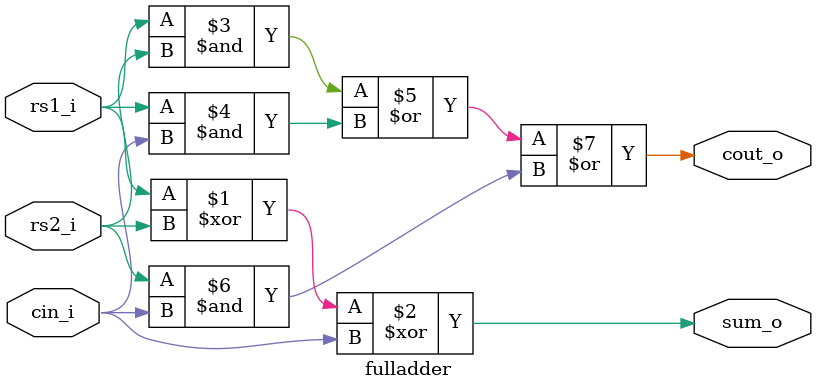
<source format=v>
module fulladder(
    input wire rs1_i,
    input wire rs2_i,
    input wire cin_i,

    output reg sum_o,
    output reg cout_o
);

    assign sum_o = rs1_i ^ rs2_i ^ cin_i;
    assign cout_o = (rs1_i & rs2_i) | (rs1_i & cin_i) | (rs2_i & cin_i);

endmodule // fulladder
</source>
